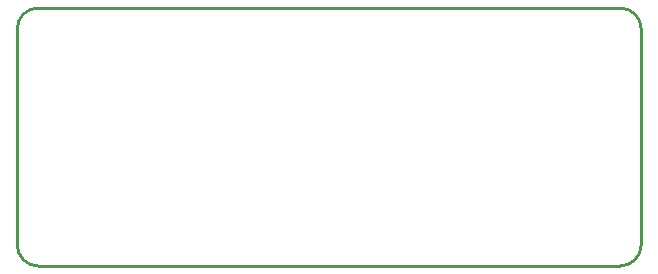
<source format=gko>
G04*
G04 #@! TF.GenerationSoftware,Altium Limited,Altium Designer,21.2.1 (34)*
G04*
G04 Layer_Color=16711935*
%FSLAX25Y25*%
%MOIN*%
G70*
G04*
G04 #@! TF.SameCoordinates,24BC1A3A-2B15-4BCB-8D07-746B5B0C7B57*
G04*
G04*
G04 #@! TF.FilePolarity,Positive*
G04*
G01*
G75*
%ADD14C,0.01000*%
D14*
X201000Y-43000D02*
G03*
X208000Y-36000I0J7000D01*
G01*
Y36000D02*
G03*
X201000Y43000I-7000J0D01*
G01*
X7000D02*
G03*
X0Y36000I0J-7000D01*
G01*
Y-36000D02*
G03*
X7000Y-43000I7000J0D01*
G01*
Y-43000D02*
X201000D01*
X0Y-36000D02*
Y36000D01*
X7000Y43000D02*
X201000D01*
X208000Y-36000D02*
Y36000D01*
M02*

</source>
